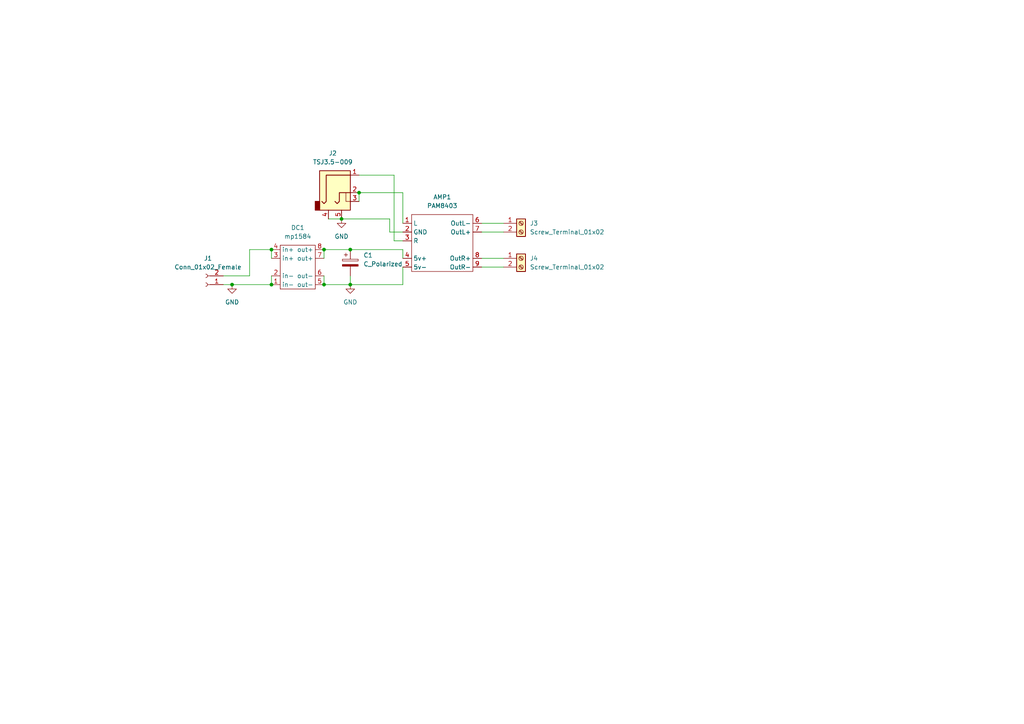
<source format=kicad_sch>
(kicad_sch (version 20211123) (generator eeschema)
  (paper "A4")
  (lib_symbols
    (symbol "Connector:Conn_01x02_Female" (pin_names (offset 1.016) hide)
      (property "Reference" "J" (at 0 2.54 0))
      (property "Value" "Conn_01x02_Female" (at 0 -5.08 0))
      (symbol "Conn_01x02_Female_1_1"
        (arc (start 0 -2.032) (mid -0.508 -2.54) (end 0 -3.048) (stroke (width 0.1524)))
        (polyline (pts (xy -1.27 -2.54) (xy -0.508 -2.54)) (stroke (width 0.1524)))
        (polyline (pts (xy -1.27 0) (xy -0.508 0)) (stroke (width 0.1524)))
        (arc (start 0 0.508) (mid -0.508 0) (end 0 -0.508) (stroke (width 0.1524)))
        (pin passive line (at -5.08 0 0) (length 3.81) (name "Pin_1") (number "1"))
        (pin passive line (at -5.08 -2.54 0) (length 3.81) (name "Pin_2") (number "2"))
      )
    )
    (symbol "Connector:Screw_Terminal_01x02" (pin_names (offset 1.016) hide)
      (property "Reference" "J" (at 0 2.54 0))
      (property "Value" "Screw_Terminal_01x02" (at 0 -5.08 0))
      (symbol "Screw_Terminal_01x02_1_1"
        (rectangle (start -1.27 1.27) (end 1.27 -3.81) (stroke (width 0.254)) (fill (type background)))
        (circle (center 0 -2.54) (radius 0.635) (stroke (width 0.1524)))
        (polyline (pts (xy -0.5334 -2.2098) (xy 0.3302 -3.048)) (stroke (width 0.1524)))
        (polyline (pts (xy -0.5334 0.3302) (xy 0.3302 -0.508)) (stroke (width 0.1524)))
        (polyline (pts (xy -0.3556 -2.032) (xy 0.508 -2.8702)) (stroke (width 0.1524)))
        (polyline (pts (xy -0.3556 0.508) (xy 0.508 -0.3302)) (stroke (width 0.1524)))
        (circle (center 0 0) (radius 0.635) (stroke (width 0.1524)))
        (pin passive line (at -5.08 0 0) (length 3.81) (name "Pin_1") (number "1"))
        (pin passive line (at -5.08 -2.54 0) (length 3.81) (name "Pin_2") (number "2"))
      )
    )
    (symbol "Device:C_Polarized" (pin_numbers hide) (pin_names (offset 0.254))
      (property "Reference" "C" (at 0.635 2.54 0))
      (property "Value" "C_Polarized" (at 0.635 -2.54 0))
      (symbol "C_Polarized_0_1"
        (rectangle (start -2.286 0.508) (end 2.286 1.016))
        (polyline (pts (xy -1.778 2.286) (xy -0.762 2.286)))
        (polyline (pts (xy -1.27 2.794) (xy -1.27 1.778)))
        (rectangle (start 2.286 -0.508) (end -2.286 -1.016) (fill (type outline)))
      )
      (symbol "C_Polarized_1_1"
        (pin passive line (at 0 3.81 270) (length 2.794) (name "~") (number "1"))
        (pin passive line (at 0 -3.81 90) (length 2.794) (name "~") (number "2"))
      )
    )
    (symbol "_amp:PAM8403"
      (property "Reference" "AMP" (at 0 -2.54 0))
      (property "Value" "PAM8403" (at 0 0 0))
      (symbol "PAM8403_0_1"
        (rectangle (start -8.89 8.89) (end 8.89 -7.62))
      )
      (symbol "PAM8403_1_1"
        (pin input line (at -11.43 6.35 0) (length 2.54) (name "L") (number "1"))
        (pin input line (at -11.43 3.81 0) (length 2.54) (name "GND") (number "2"))
        (pin input line (at -11.43 1.27 0) (length 2.54) (name "R") (number "3"))
        (pin power_in line (at -11.43 -3.81 0) (length 2.54) (name "5v+") (number "4"))
        (pin power_in line (at -11.43 -6.35 0) (length 2.54) (name "5v-") (number "5"))
        (pin output line (at 11.43 6.35 180) (length 2.54) (name "OutL-") (number "6"))
        (pin output line (at 11.43 3.81 180) (length 2.54) (name "OutL+") (number "7"))
        (pin output line (at 11.43 -3.81 180) (length 2.54) (name "OutR+") (number "8"))
        (pin output line (at 11.43 -6.35 180) (length 2.54) (name "OutR-") (number "9"))
      )
    )
    (symbol "_dc_dc:mp1584"
      (property "Reference" "DC" (at -2.54 3.81 0))
      (property "Value" "mp1584" (at 0 6.35 0))
      (symbol "mp1584_0_1"
        (rectangle (start -5.08 -10.16) (end 5.08 -10.16))
        (rectangle (start -5.08 2.54) (end -5.08 -10.16))
        (rectangle (start -5.08 2.54) (end 5.08 2.54))
        (rectangle (start 5.08 2.54) (end 5.08 -10.16))
      )
      (symbol "mp1584_1_1"
        (pin power_in line (at -7.62 1.27 0) (length 2.54) (name "in-") (number "1"))
        (pin power_in line (at -7.62 -1.27 0) (length 2.54) (name "in-") (number "2"))
        (pin power_in line (at -7.62 -6.35 0) (length 2.54) (name "in+") (number "3"))
        (pin power_in line (at -7.62 -8.89 0) (length 2.54) (name "in+") (number "4"))
        (pin power_out line (at 7.62 1.27 180) (length 2.54) (name "out-") (number "5"))
        (pin power_out line (at 7.62 -1.27 180) (length 2.54) (name "out-") (number "6"))
        (pin power_out line (at 7.62 -6.35 180) (length 2.54) (name "out+") (number "7"))
        (pin power_out line (at 7.62 -8.89 180) (length 2.54) (name "out+") (number "8"))
      )
    )
    (symbol "_jack_audio:TSJ3.5-009"
      (property "Reference" "J" (at -5.08 3.81 0))
      (property "Value" "TSJ3.5-009" (at -1.27 6.35 0))
      (symbol "TSJ3.5-009_0_1"
        (rectangle (start -5.08 -8.89) (end -6.35 -6.35) (stroke (width 0.254)) (fill (type outline)))
        (polyline (pts (xy 3.81 -6.35) (xy 2.54 -6.35) (xy 2.54 -3.81)))
        (polyline (pts (xy -4.445 -6.35) (xy -3.81 -6.985) (xy -3.175 -6.35) (xy -3.175 1.27) (xy 3.81 1.27)) (stroke (width 0.254)))
        (polyline (pts (xy -0.635 -6.35) (xy 0 -6.985) (xy 0.635 -6.35) (xy 0.635 -3.81) (xy 3.81 -3.81)) (stroke (width 0.254)))
        (rectangle (start 3.81 2.54) (end -5.08 -8.89) (stroke (width 0.254)) (fill (type background)))
      )
      (symbol "TSJ3.5-009_1_1"
        (pin passive line (at 6.35 1.27 180) (length 2.54) (name "~") (number "1"))
        (pin passive line (at 6.35 -3.81 180) (length 2.54) (name "~") (number "2"))
        (pin passive line (at 6.35 -6.35 180) (length 2.54) (name "~") (number "3"))
        (pin passive line (at -2.54 -11.43 90) (length 2.54) (name "~") (number "4"))
        (pin passive line (at 1.27 -11.43 90) (length 2.54) (name "~") (number "5"))
      )
    )
    (symbol "power:GND" (power) (pin_names (offset 0))
      (property "Value" "GND" (at 0 -3.81 0))
      (symbol "GND_0_1"
        (polyline (pts (xy 0 0) (xy 0 -1.27) (xy 1.27 -1.27) (xy 0 -2.54) (xy -1.27 -1.27) (xy 0 -1.27)))
      )
      (symbol "GND_1_1"
        (pin power_in line (at 0 0 270) (length 0) hide (name "GND") (number "1"))
      )
    )
  )
  (junction (at 93.98 72.39))
  (junction (at 78.74 72.39))
  (junction (at 99.06 63.5))
  (junction (at 67.31 82.55))
  (junction (at 104.14 55.88))
  (junction (at 93.98 82.55))
  (junction (at 101.6 82.55))
  (junction (at 78.74 82.55))
  (junction (at 101.6 72.39))
  (wire (pts (xy 116.84 72.39) (xy 116.84 74.93)))
  (wire (pts (xy 99.06 63.5) (xy 113.03 63.5)))
  (wire (pts (xy 116.84 55.88) (xy 104.14 55.88)))
  (wire (pts (xy 114.3 69.85) (xy 116.84 69.85)))
  (wire (pts (xy 139.7 67.31) (xy 146.05 67.31)))
  (wire (pts (xy 93.98 80.01) (xy 93.98 82.55)))
  (wire (pts (xy 64.77 80.01) (xy 72.39 80.01)))
  (wire (pts (xy 116.84 82.55) (xy 116.84 77.47)))
  (wire (pts (xy 72.39 72.39) (xy 72.39 80.01)))
  (wire (pts (xy 139.7 74.93) (xy 146.05 74.93)))
  (wire (pts (xy 93.98 72.39) (xy 101.6 72.39)))
  (wire (pts (xy 101.6 82.55) (xy 116.84 82.55)))
  (wire (pts (xy 95.25 63.5) (xy 99.06 63.5)))
  (wire (pts (xy 93.98 82.55) (xy 101.6 82.55)))
  (wire (pts (xy 101.6 82.55) (xy 101.6 80.01)))
  (wire (pts (xy 72.39 72.39) (xy 78.74 72.39)))
  (wire (pts (xy 139.7 64.77) (xy 146.05 64.77)))
  (wire (pts (xy 139.7 77.47) (xy 146.05 77.47)))
  (wire (pts (xy 67.31 82.55) (xy 78.74 82.55)))
  (wire (pts (xy 116.84 64.77) (xy 116.84 55.88)))
  (wire (pts (xy 113.03 63.5) (xy 113.03 67.31)))
  (wire (pts (xy 78.74 80.01) (xy 78.74 82.55)))
  (wire (pts (xy 104.14 55.88) (xy 104.14 58.42)))
  (wire (pts (xy 101.6 72.39) (xy 116.84 72.39)))
  (wire (pts (xy 114.3 50.8) (xy 104.14 50.8)))
  (wire (pts (xy 114.3 69.85) (xy 114.3 50.8)))
  (wire (pts (xy 93.98 72.39) (xy 93.98 74.93)))
  (wire (pts (xy 64.77 82.55) (xy 67.31 82.55)))
  (wire (pts (xy 113.03 67.31) (xy 116.84 67.31)))
  (wire (pts (xy 78.74 72.39) (xy 78.74 74.93)))
  (symbol (lib_id "power:GND") (at 99.06 63.5 0) (unit 1)
    (property "Reference" "#PWR?" (effects hide))
    (property "Value" "GND" (at 99.06 68.58 0))
  )
  (symbol (lib_id "Connector:Screw_Terminal_01x02") (at 151.13 64.77 0) (unit 1)
    (property "Reference" "J3" (at 153.67 64.7699 0) (effects (justify left)))
    (property "Value" "Screw_Terminal_01x02" (at 153.67 67.3099 0) (effects (justify left)))
    (property "Footprint" "TerminalBlock_Phoenix:TerminalBlock_Phoenix_MKDS-1,5-2-5.08_1x02_P5.08mm_Horizontal" (effects hide))
  )
  (symbol (lib_id "Device:C_Polarized") (at 101.6 76.2 0) (unit 1)
    (property "Reference" "C1" (at 105.41 74.0409 0) (effects (justify left)))
    (property "Value" "C_Polarized" (at 105.41 76.5809 0) (effects (justify left)))
    (property "Footprint" "Capacitor_THT:CP_Radial_D10.0mm_P5.00mm" (effects hide))
  )
  (symbol (lib_id "Connector:Conn_01x02_Female") (at 59.69 82.55 180) (unit 1)
    (property "Reference" "J1" (at 60.325 74.93 0))
    (property "Value" "Conn_01x02_Female" (at 60.325 77.47 0))
    (property "Footprint" "Connector_PinSocket_2.00mm:PinSocket_1x02_P2.00mm_Vertical" (effects hide))
  )
  (symbol (lib_id "_dc_dc:mp1584") (at 86.36 81.28 0) (mirror x) (unit 1)
    (property "Reference" "DC1" (at 86.36 66.04 0))
    (property "Value" "mp1584" (at 86.36 68.58 0))
    (property "Footprint" "_DC_DC:MP1584" (effects hide))
  )
  (symbol (lib_id "power:GND") (at 101.6 82.55 0) (unit 1)
    (property "Reference" "#PWR?" (effects hide))
    (property "Value" "GND" (at 101.6 87.63 0))
  )
  (symbol (lib_id "_amp:PAM8403") (at 128.27 71.12 0) (unit 1)
    (property "Reference" "AMP1" (at 128.27 57.15 0))
    (property "Value" "PAM8403" (at 128.27 59.69 0))
    (property "Footprint" "_amp:PAM8403" (effects hide))
  )
  (symbol (lib_id "power:GND") (at 67.31 82.55 0) (unit 1)
    (property "Reference" "#PWR0103" (effects hide))
    (property "Value" "GND" (at 67.31 87.63 0))
  )
  (symbol (lib_id "Connector:Screw_Terminal_01x02") (at 151.13 74.93 0) (unit 1)
    (property "Reference" "J4" (at 153.67 74.9299 0) (effects (justify left)))
    (property "Value" "Screw_Terminal_01x02" (at 153.67 77.4699 0) (effects (justify left)))
    (property "Footprint" "TerminalBlock_Phoenix:TerminalBlock_Phoenix_MKDS-1,5-2-5.08_1x02_P5.08mm_Horizontal" (effects hide))
  )
  (symbol (lib_id "_jack_audio:TSJ3.5-009") (at 97.79 52.07 0) (unit 1)
    (property "Reference" "J2" (at 96.52 44.45 0))
    (property "Value" "TSJ3.5-009" (at 96.52 46.99 0))
    (property "Footprint" "_jack:TSJ3.5-009" (effects hide))
  )
)
</source>
